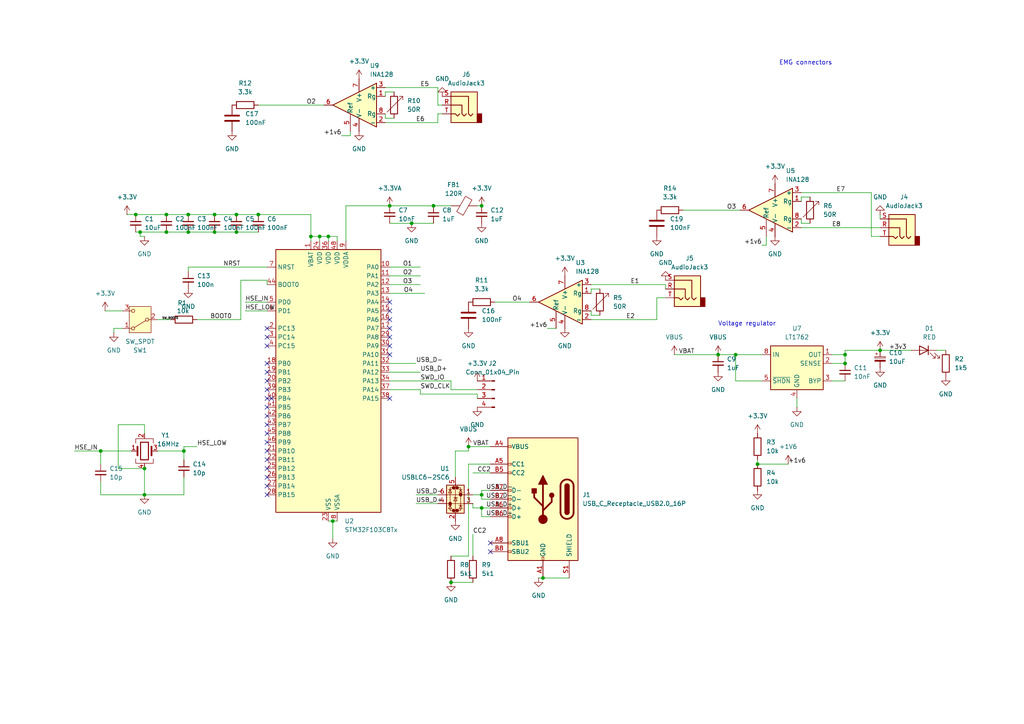
<source format=kicad_sch>
(kicad_sch (version 20250114) (generator "eeschema") (generator_version "9.0")
  (paper "A4")
  (lib_symbols
    (symbol "Amplifier_Instrumentation:INA128" (pin_names (offset 0.127))
      (property "Reference" "U" (at 3.81 3.175 0))
      (property "Value" "INA128" (at 3.81 -3.175 0))
      (symbol "INA128_1_1"
        (pin input line (at -7.62 5.08 0) (length 2.54) (name "+") (number "3"))
        (pin passive line (at -7.62 2.54 0) (length 2.54) (name "Rg") (number "1"))
        (pin passive line (at -7.62 -2.54 0) (length 2.54) (name "Rg") (number "8"))
        (pin input line (at -7.62 -5.08 0) (length 2.54) (name "-") (number "2"))
        (pin power_in line (at 0 7.62 270) (length 3.81) (name "V+") (number "7"))
        (pin power_in line (at 0 -7.62 90) (length 3.81) (name "V-") (number "4"))
        (pin input line (at 2.54 -7.62 90) (length 5.08) (name "Ref") (number "5"))
        (pin output line (at 10.16 0 180) (length 2.54) (name "~") (number "6"))
      )
    )
    (symbol "Connector:Conn_01x04_Pin" (pin_names (offset 1.016) (hide yes))
      (property "Reference" "J" (at 0 5.08 0))
      (property "Value" "Conn_01x04_Pin" (at 0 -7.62 0))
      (symbol "Conn_01x04_Pin_1_1"
        (pin passive line (at 5.08 2.54 180) (length 3.81) (name "Pin_1") (number "1"))
        (pin passive line (at 5.08 0 180) (length 3.81) (name "Pin_2") (number "2"))
        (pin passive line (at 5.08 -2.54 180) (length 3.81) (name "Pin_3") (number "3"))
        (pin passive line (at 5.08 -5.08 180) (length 3.81) (name "Pin_4") (number "4"))
      )
    )
    (symbol "Connector:USB_C_Receptacle_USB2.0_16P" (pin_names (offset 1.016))
      (property "Reference" "J" (at 0 22.225 0))
      (property "Value" "USB_C_Receptacle_USB2.0_16P" (at 0 19.685 0))
      (symbol "USB_C_Receptacle_USB2.0_16P_1_1"
        (pin passive line (at -7.62 -22.86 90) (length 5.08) (name "SHIELD") (number "S1"))
        (pin passive line (at 0 -22.86 90) (length 5.08) (name "GND") (number "A1"))
        (pin passive line (at 0 -22.86 90) (length 5.08) (hide yes) (name "GND") (number "A12"))
        (pin passive line (at 0 -22.86 90) (length 5.08) (hide yes) (name "GND") (number "B1"))
        (pin passive line (at 0 -22.86 90) (length 5.08) (hide yes) (name "GND") (number "B12"))
        (pin passive line (at 15.24 15.24 180) (length 5.08) (name "VBUS") (number "A4"))
        (pin passive line (at 15.24 15.24 180) (length 5.08) (hide yes) (name "VBUS") (number "A9"))
        (pin passive line (at 15.24 15.24 180) (length 5.08) (hide yes) (name "VBUS") (number "B4"))
        (pin passive line (at 15.24 15.24 180) (length 5.08) (hide yes) (name "VBUS") (number "B9"))
        (pin bidirectional line (at 15.24 10.16 180) (length 5.08) (name "CC1") (number "A5"))
        (pin bidirectional line (at 15.24 7.62 180) (length 5.08) (name "CC2") (number "B5"))
        (pin bidirectional line (at 15.24 2.54 180) (length 5.08) (name "D-") (number "A7"))
        (pin bidirectional line (at 15.24 0 180) (length 5.08) (name "D-") (number "B7"))
        (pin bidirectional line (at 15.24 -2.54 180) (length 5.08) (name "D+") (number "A6"))
        (pin bidirectional line (at 15.24 -5.08 180) (length 5.08) (name "D+") (number "B6"))
        (pin bidirectional line (at 15.24 -12.7 180) (length 5.08) (name "SBU1") (number "A8"))
        (pin bidirectional line (at 15.24 -15.24 180) (length 5.08) (name "SBU2") (number "B8"))
      )
    )
    (symbol "Connector_Audio:AudioJack3"
      (property "Reference" "J" (at 0 8.89 0))
      (property "Value" "AudioJack3" (at 0 6.35 0))
      (symbol "AudioJack3_1_1"
        (pin passive line (at 5.08 2.54 180) (length 2.54) (name "~") (number "S"))
        (pin passive line (at 5.08 0 180) (length 2.54) (name "~") (number "R"))
        (pin passive line (at 5.08 -2.54 180) (length 2.54) (name "~") (number "T"))
      )
    )
    (symbol "Device:C" (pin_numbers (hide yes)) (pin_names (offset 0.254))
      (property "Reference" "C" (at 0.635 2.54 0))
      (property "Value" "C" (at 0.635 -2.54 0))
      (symbol "C_1_1"
        (pin passive line (at 0 3.81 270) (length 2.794) (name "~") (number "1"))
        (pin passive line (at 0 -3.81 90) (length 2.794) (name "~") (number "2"))
      )
    )
    (symbol "Device:C_Polarized_Small" (pin_numbers (hide yes)) (pin_names (offset 0.254) (hide yes))
      (property "Reference" "C" (at 0.254 1.778 0))
      (property "Value" "C_Polarized_Small" (at 0.254 -2.032 0))
      (symbol "C_Polarized_Small_1_1"
        (pin passive line (at 0 2.54 270) (length 1.8542) (name "~") (number "1"))
        (pin passive line (at 0 -2.54 90) (length 1.8542) (name "~") (number "2"))
      )
    )
    (symbol "Device:C_Small" (pin_numbers (hide yes)) (pin_names (offset 0.254) (hide yes))
      (property "Reference" "C" (at 0.254 1.778 0))
      (property "Value" "C_Small" (at 0.254 -2.032 0))
      (symbol "C_Small_1_1"
        (pin passive line (at 0 2.54 270) (length 2.032) (name "~") (number "1"))
        (pin passive line (at 0 -2.54 90) (length 2.032) (name "~") (number "2"))
      )
    )
    (symbol "Device:Crystal_GND24" (pin_names (offset 1.016) (hide yes))
      (property "Reference" "Y" (at 3.175 5.08 0))
      (property "Value" "Crystal_GND24" (at 3.175 3.175 0))
      (symbol "Crystal_GND24_1_1"
        (pin passive line (at -3.81 0 0) (length 1.27) (name "1") (number "1"))
        (pin passive line (at 0 5.08 270) (length 1.27) (name "2") (number "2"))
        (pin passive line (at 0 -5.08 90) (length 1.27) (name "4") (number "4"))
        (pin passive line (at 3.81 0 180) (length 1.27) (name "3") (number "3"))
      )
    )
    (symbol "Device:FerriteBead" (pin_numbers (hide yes)) (pin_names (offset 0))
      (property "Reference" "FB" (at -3.81 0.635 90))
      (property "Value" "FerriteBead" (at 3.81 0 90))
      (symbol "FerriteBead_1_1"
        (pin passive line (at 0 3.81 270) (length 2.54) (name "~") (number "1"))
        (pin passive line (at 0 -3.81 90) (length 2.54) (name "~") (number "2"))
      )
    )
    (symbol "Device:LED" (pin_numbers (hide yes)) (pin_names (offset 1.016) (hide yes))
      (property "Reference" "D" (at 0 2.54 0))
      (property "Value" "LED" (at 0 -2.54 0))
      (symbol "LED_1_1"
        (pin passive line (at -3.81 0 0) (length 2.54) (name "K") (number "1"))
        (pin passive line (at 3.81 0 180) (length 2.54) (name "A") (number "2"))
      )
    )
    (symbol "Device:R" (pin_numbers (hide yes)) (pin_names (offset 0))
      (property "Reference" "R" (at 2.032 0 90))
      (property "Value" "R" (at 0 0 90))
      (symbol "R_1_1"
        (pin passive line (at 0 3.81 270) (length 1.27) (name "~") (number "1"))
        (pin passive line (at 0 -3.81 90) (length 1.27) (name "~") (number "2"))
      )
    )
    (symbol "Device:R_Variable" (pin_numbers (hide yes)) (pin_names (offset 0))
      (property "Reference" "R" (at 2.54 -2.54 90))
      (property "Value" "R_Variable" (at -2.54 -1.27 90))
      (symbol "R_Variable_1_1"
        (pin passive line (at 0 3.81 270) (length 1.27) (name "~") (number "1"))
        (pin passive line (at 0 -3.81 90) (length 1.27) (name "~") (number "2"))
      )
    )
    (symbol "MCU_ST_STM32F1:STM32F103C8Tx"
      (property "Reference" "U" (at -15.24 39.37 0))
      (property "Value" "STM32F103C8Tx" (at 7.62 39.37 0))
      (symbol "STM32F103C8Tx_1_1"
        (pin input line (at -17.78 33.02 0) (length 2.54) (name "NRST") (number "7"))
        (pin input line (at -17.78 27.94 0) (length 2.54) (name "BOOT0") (number "44"))
        (pin bidirectional line (at -17.78 22.86 0) (length 2.54) (name "PD0") (number "5"))
        (pin bidirectional line (at -17.78 20.32 0) (length 2.54) (name "PD1") (number "6"))
        (pin bidirectional line (at -17.78 15.24 0) (length 2.54) (name "PC13") (number "2"))
        (pin bidirectional line (at -17.78 12.7 0) (length 2.54) (name "PC14") (number "3"))
        (pin bidirectional line (at -17.78 10.16 0) (length 2.54) (name "PC15") (number "4"))
        (pin bidirectional line (at -17.78 5.08 0) (length 2.54) (name "PB0") (number "18"))
        (pin bidirectional line (at -17.78 2.54 0) (length 2.54) (name "PB1") (number "19"))
        (pin bidirectional line (at -17.78 0 0) (length 2.54) (name "PB2") (number "20"))
        (pin bidirectional line (at -17.78 -2.54 0) (length 2.54) (name "PB3") (number "39"))
        (pin bidirectional line (at -17.78 -5.08 0) (length 2.54) (name "PB4") (number "40"))
        (pin bidirectional line (at -17.78 -7.62 0) (length 2.54) (name "PB5") (number "41"))
        (pin bidirectional line (at -17.78 -10.16 0) (length 2.54) (name "PB6") (number "42"))
        (pin bidirectional line (at -17.78 -12.7 0) (length 2.54) (name "PB7") (number "43"))
        (pin bidirectional line (at -17.78 -15.24 0) (length 2.54) (name "PB8") (number "45"))
        (pin bidirectional line (at -17.78 -17.78 0) (length 2.54) (name "PB9") (number "46"))
        (pin bidirectional line (at -17.78 -20.32 0) (length 2.54) (name "PB10") (number "21"))
        (pin bidirectional line (at -17.78 -22.86 0) (length 2.54) (name "PB11") (number "22"))
        (pin bidirectional line (at -17.78 -25.4 0) (length 2.54) (name "PB12") (number "25"))
        (pin bidirectional line (at -17.78 -27.94 0) (length 2.54) (name "PB13") (number "26"))
        (pin bidirectional line (at -17.78 -30.48 0) (length 2.54) (name "PB14") (number "27"))
        (pin bidirectional line (at -17.78 -33.02 0) (length 2.54) (name "PB15") (number "28"))
        (pin power_in line (at -5.08 40.64 270) (length 2.54) (name "VBAT") (number "1"))
        (pin power_in line (at -2.54 40.64 270) (length 2.54) (name "VDD") (number "24"))
        (pin power_in line (at 0 40.64 270) (length 2.54) (name "VDD") (number "36"))
        (pin power_in line (at 0 -40.64 90) (length 2.54) (name "VSS") (number "23"))
        (pin passive line (at 0 -40.64 90) (length 2.54) (hide yes) (name "VSS") (number "35"))
        (pin passive line (at 0 -40.64 90) (length 2.54) (hide yes) (name "VSS") (number "47"))
        (pin power_in line (at 2.54 40.64 270) (length 2.54) (name "VDD") (number "48"))
        (pin power_in line (at 2.54 -40.64 90) (length 2.54) (name "VSSA") (number "8"))
        (pin power_in line (at 5.08 40.64 270) (length 2.54) (name "VDDA") (number "9"))
        (pin bidirectional line (at 17.78 33.02 180) (length 2.54) (name "PA0") (number "10"))
        (pin bidirectional line (at 17.78 30.48 180) (length 2.54) (name "PA1") (number "11"))
        (pin bidirectional line (at 17.78 27.94 180) (length 2.54) (name "PA2") (number "12"))
        (pin bidirectional line (at 17.78 25.4 180) (length 2.54) (name "PA3") (number "13"))
        (pin bidirectional line (at 17.78 22.86 180) (length 2.54) (name "PA4") (number "14"))
        (pin bidirectional line (at 17.78 20.32 180) (length 2.54) (name "PA5") (number "15"))
        (pin bidirectional line (at 17.78 17.78 180) (length 2.54) (name "PA6") (number "16"))
        (pin bidirectional line (at 17.78 15.24 180) (length 2.54) (name "PA7") (number "17"))
        (pin bidirectional line (at 17.78 12.7 180) (length 2.54) (name "PA8") (number "29"))
        (pin bidirectional line (at 17.78 10.16 180) (length 2.54) (name "PA9") (number "30"))
        (pin bidirectional line (at 17.78 7.62 180) (length 2.54) (name "PA10") (number "31"))
        (pin bidirectional line (at 17.78 5.08 180) (length 2.54) (name "PA11") (number "32"))
        (pin bidirectional line (at 17.78 2.54 180) (length 2.54) (name "PA12") (number "33"))
        (pin bidirectional line (at 17.78 0 180) (length 2.54) (name "PA13") (number "34"))
        (pin bidirectional line (at 17.78 -2.54 180) (length 2.54) (name "PA14") (number "37"))
        (pin bidirectional line (at 17.78 -5.08 180) (length 2.54) (name "PA15") (number "38"))
      )
    )
    (symbol "Power_Protection:USBLC6-2SC6" (pin_names (hide yes))
      (property "Reference" "U" (at 0.635 5.715 0))
      (property "Value" "USBLC6-2SC6" (at 0.635 3.81 0))
      (symbol "USBLC6-2SC6_1_1"
        (pin passive line (at -5.08 0 0) (length 2.54) (name "I/O1") (number "1"))
        (pin passive line (at -5.08 -2.54 0) (length 2.54) (name "I/O2") (number "3"))
        (pin passive line (at 0 5.08 270) (length 2.54) (name "VBUS") (number "5"))
        (pin passive line (at 0 -7.62 90) (length 2.54) (name "GND") (number "2"))
        (pin passive line (at 5.08 0 180) (length 2.54) (name "I/O1") (number "6"))
        (pin passive line (at 5.08 -2.54 180) (length 2.54) (name "I/O2") (number "4"))
      )
    )
    (symbol "Regulator_Linear:LT1762-3.3"
      (property "Reference" "U" (at -7.62 8.89 0))
      (property "Value" "LT1762-3.3" (at 1.27 -6.35 0))
      (symbol "LT1762-3.3_1_1"
        (pin power_in line (at -10.16 5.08 0) (length 2.54) (name "IN") (number "8"))
        (pin input line (at -10.16 -2.54 0) (length 2.54) (name "~{SHDN}") (number "5"))
        (pin power_in line (at 0 -7.62 90) (length 2.54) (name "GND") (number "4"))
        (pin no_connect line (at 2.54 5.08 90) (length 2.54) (hide yes) (name "NC") (number "6"))
        (pin no_connect line (at 2.54 2.54 90) (length 2.54) (hide yes) (name "NC") (number "7"))
        (pin power_out line (at 10.16 5.08 180) (length 2.54) (name "OUT") (number "1"))
        (pin input line (at 10.16 2.54 180) (length 2.54) (name "SENSE") (number "2"))
        (pin passive line (at 10.16 -2.54 180) (length 2.54) (name "BYP") (number "3"))
      )
    )
    (symbol "Switch:SW_SPDT" (pin_names (offset 0) (hide yes))
      (property "Reference" "SW" (at 0 5.08 0))
      (property "Value" "SW_SPDT" (at 0 -5.08 0))
      (symbol "SW_SPDT_1_1"
        (pin passive line (at -5.08 0 0) (length 2.54) (name "B") (number "2"))
        (pin passive line (at 5.08 2.54 180) (length 2.54) (name "A") (number "1"))
        (pin passive line (at 5.08 -2.54 180) (length 2.54) (name "C") (number "3"))
      )
    )
    (symbol "power:+1V5" (power) (pin_numbers (hide yes)) (pin_names (offset 0) (hide yes))
      (property "Value" "+1V5" (at 0 3.556 0))
      (symbol "+1V5_1_1"
        (pin power_in line (at 0 0 90) (length 0) (name "~") (number "1"))
      )
    )
    (symbol "power:+3.3V" (power) (pin_numbers (hide yes)) (pin_names (offset 0) (hide yes))
      (property "Value" "+3.3V" (at 0 3.556 0))
      (symbol "+3.3V_1_1"
        (pin power_in line (at 0 0 90) (length 0) (name "~") (number "1"))
      )
    )
    (symbol "power:+3.3VA" (power) (pin_numbers (hide yes)) (pin_names (offset 0) (hide yes))
      (property "Value" "+3.3VA" (at 0 3.556 0))
      (symbol "+3.3VA_1_1"
        (pin power_in line (at 0 0 90) (length 0) (name "~") (number "1"))
      )
    )
    (symbol "power:+5V" (power) (pin_numbers (hide yes)) (pin_names (offset 0) (hide yes))
      (property "Value" "+5V" (at 0 3.556 0))
      (symbol "+5V_1_1"
        (pin power_in line (at 0 0 90) (length 0) (name "~") (number "1"))
      )
    )
    (symbol "power:GND" (power) (pin_numbers (hide yes)) (pin_names (offset 0) (hide yes))
      (property "Value" "GND" (at 0 -3.81 0))
      (symbol "GND_1_1"
        (pin power_in line (at 0 0 270) (length 0) (name "~") (number "1"))
      )
    )
    (symbol "power:VBUS" (power) (pin_numbers (hide yes)) (pin_names (offset 0) (hide yes))
      (property "Value" "VBUS" (at 0 3.556 0))
      (symbol "VBUS_1_1"
        (pin power_in line (at 0 0 90) (length 0) (name "~") (number "1"))
      )
    )
  )
  (text "Voltage regulator\n" (at 216.662 93.98 0) (effects (font (size 1.27 1.27))))
  (text "EMG connectors\n" (at 233.68 18.288 0) (effects (font (size 1.27 1.27))))
  (junction (at 135.89 129.54))
  (junction (at 125.73 59.69))
  (junction (at 62.23 67.31))
  (junction (at 113.03 59.69))
  (junction (at 68.58 67.31))
  (junction (at 74.93 62.23))
  (junction (at 208.28 102.87))
  (junction (at 29.21 130.81))
  (junction (at 139.7 59.69))
  (junction (at 157.48 167.64))
  (junction (at 130.81 168.91))
  (junction (at 96.52 151.13))
  (junction (at 39.37 62.23))
  (junction (at 54.61 62.23))
  (junction (at 48.26 62.23))
  (junction (at 139.7 147.32))
  (junction (at 40.64 67.31))
  (junction (at 68.58 62.23))
  (junction (at 245.11 105.41))
  (junction (at 213.36 102.87))
  (junction (at 119.38 64.77))
  (junction (at 219.71 134.62))
  (junction (at 90.17 68.58))
  (junction (at 92.71 68.58))
  (junction (at 41.91 143.51))
  (junction (at 53.34 130.81))
  (junction (at 62.23 62.23))
  (junction (at 95.25 68.58))
  (junction (at 255.27 101.6))
  (junction (at 41.91 135.89))
  (junction (at 245.11 102.87))
  (junction (at 48.26 67.31))
  (junction (at 54.61 67.31))
  (junction (at 139.7 143.51))
  (no_connect (at 142.24 157.48))
  (no_connect (at 113.03 90.17))
  (no_connect (at 77.47 120.65))
  (no_connect (at 113.03 102.87))
  (no_connect (at 77.47 123.19))
  (no_connect (at 77.47 113.03))
  (no_connect (at 113.03 95.25))
  (no_connect (at 77.47 110.49))
  (no_connect (at 77.47 128.27))
  (no_connect (at 77.47 140.97))
  (no_connect (at 77.47 105.41))
  (no_connect (at 142.24 160.02))
  (no_connect (at 113.03 100.33))
  (no_connect (at 77.47 107.95))
  (no_connect (at 77.47 133.35))
  (no_connect (at 113.03 92.71))
  (no_connect (at 113.03 97.79))
  (no_connect (at 113.03 115.57))
  (no_connect (at 77.47 118.11))
  (no_connect (at 77.47 100.33))
  (no_connect (at 77.47 135.89))
  (no_connect (at 77.47 97.79))
  (no_connect (at 77.47 125.73))
  (no_connect (at 77.47 143.51))
  (no_connect (at 77.47 95.25))
  (no_connect (at 77.47 115.57))
  (no_connect (at 77.47 138.43))
  (no_connect (at 77.47 130.81))
  (no_connect (at 113.03 87.63))
  (no_connect (at 78.74 115.57))
  (wire (pts (xy 125.73 59.69) (xy 130.81 59.69)))
  (wire (pts (xy 138.43 59.69) (xy 139.7 59.69)))
  (wire (pts (xy 195.58 102.87) (xy 208.28 102.87)))
  (wire (pts (xy 90.17 68.58) (xy 90.17 62.23)))
  (wire (pts (xy 92.71 68.58) (xy 95.25 68.58)))
  (wire (pts (xy 113.03 105.41) (xy 120.65 105.41)))
  (wire (pts (xy 100.33 59.69) (xy 100.33 69.85)))
  (wire (pts (xy 68.58 62.23) (xy 74.93 62.23)))
  (wire (pts (xy 41.91 135.89) (xy 41.91 143.51)))
  (wire (pts (xy 120.65 143.51) (xy 127 143.51)))
  (wire (pts (xy 120.65 146.05) (xy 127 146.05)))
  (wire (pts (xy 113.03 85.09) (xy 123.19 85.09)))
  (wire (pts (xy 156.21 167.64) (xy 157.48 167.64)))
  (wire (pts (xy 69.85 81.28) (xy 77.47 81.28)))
  (wire (pts (xy 36.83 62.23) (xy 39.37 62.23)))
  (wire (pts (xy 190.5 86.36) (xy 193.04 86.36)))
  (wire (pts (xy 96.52 151.13) (xy 97.79 151.13)))
  (wire (pts (xy 138.43 114.3) (xy 138.43 115.57)))
  (wire (pts (xy 29.21 139.7) (xy 29.21 143.51)))
  (wire (pts (xy 113.03 113.03) (xy 121.92 113.03)))
  (wire (pts (xy 100.33 59.69) (xy 113.03 59.69)))
  (wire (pts (xy 95.25 69.85) (xy 95.25 68.58)))
  (wire (pts (xy 193.04 82.55) (xy 193.04 83.82)))
  (wire (pts (xy 90.17 68.58) (xy 92.71 68.58)))
  (wire (pts (xy 271.78 101.6) (xy 274.32 101.6)))
  (wire (pts (xy 33.02 96.52) (xy 33.02 95.25)))
  (wire (pts (xy 255.27 62.23) (xy 255.27 63.5)))
  (wire (pts (xy 222.25 71.12) (xy 220.98 71.12)))
  (wire (pts (xy 219.71 133.35) (xy 219.71 134.62)))
  (wire (pts (xy 29.21 130.81) (xy 38.1 130.81)))
  (wire (pts (xy 143.51 87.63) (xy 153.67 87.63)))
  (wire (pts (xy 135.89 161.29) (xy 135.89 134.62)))
  (wire (pts (xy 245.11 102.87) (xy 245.11 105.41)))
  (wire (pts (xy 113.03 82.55) (xy 121.92 82.55)))
  (wire (pts (xy 252.73 55.88) (xy 252.73 68.58)))
  (wire (pts (xy 77.47 81.28) (xy 77.47 82.55)))
  (wire (pts (xy 62.23 67.31) (xy 68.58 67.31)))
  (wire (pts (xy 48.26 62.23) (xy 54.61 62.23)))
  (wire (pts (xy 34.29 123.19) (xy 34.29 135.89)))
  (wire (pts (xy 135.89 130.81) (xy 135.89 129.54)))
  (wire (pts (xy 232.41 66.04) (xy 255.27 66.04)))
  (wire (pts (xy 111.76 34.29) (xy 114.3 34.29)))
  (wire (pts (xy 97.79 69.85) (xy 97.79 68.58)))
  (wire (pts (xy 130.81 110.49) (xy 130.81 113.03)))
  (wire (pts (xy 231.14 115.57) (xy 231.14 118.11)))
  (wire (pts (xy 127 33.02) (xy 128.27 33.02)))
  (wire (pts (xy 57.15 129.54) (xy 53.34 129.54)))
  (wire (pts (xy 62.23 62.23) (xy 68.58 62.23)))
  (wire (pts (xy 48.26 67.31) (xy 54.61 67.31)))
  (wire (pts (xy 135.89 129.54) (xy 142.24 129.54)))
  (wire (pts (xy 245.11 101.6) (xy 255.27 101.6)))
  (wire (pts (xy 139.7 149.86) (xy 139.7 147.32)))
  (wire (pts (xy 139.7 144.78) (xy 139.7 143.51)))
  (wire (pts (xy 241.3 105.41) (xy 245.11 105.41)))
  (wire (pts (xy 137.16 143.51) (xy 139.7 143.51)))
  (wire (pts (xy 132.08 130.81) (xy 135.89 130.81)))
  (wire (pts (xy 171.45 91.44) (xy 173.99 91.44)))
  (wire (pts (xy 53.34 133.35) (xy 53.34 130.81)))
  (wire (pts (xy 219.71 134.62) (xy 228.6 134.62)))
  (wire (pts (xy 77.47 77.47) (xy 54.61 77.47)))
  (wire (pts (xy 127 35.56) (xy 127 33.02)))
  (wire (pts (xy 142.24 137.16) (xy 137.16 137.16)))
  (wire (pts (xy 130.81 161.29) (xy 135.89 161.29)))
  (wire (pts (xy 90.17 69.85) (xy 90.17 68.58)))
  (wire (pts (xy 139.7 142.24) (xy 142.24 142.24)))
  (wire (pts (xy 137.16 146.05) (xy 137.16 147.32)))
  (wire (pts (xy 113.03 110.49) (xy 130.81 110.49)))
  (wire (pts (xy 53.34 130.81) (xy 45.72 130.81)))
  (wire (pts (xy 171.45 82.55) (xy 193.04 82.55)))
  (wire (pts (xy 139.7 147.32) (xy 137.16 147.32)))
  (wire (pts (xy 171.45 90.17) (xy 171.45 91.44)))
  (wire (pts (xy 241.3 110.49) (xy 245.11 110.49)))
  (wire (pts (xy 232.41 57.15) (xy 234.95 57.15)))
  (wire (pts (xy 142.24 149.86) (xy 139.7 149.86)))
  (wire (pts (xy 54.61 67.31) (xy 62.23 67.31)))
  (wire (pts (xy 127 25.4) (xy 127 30.48)))
  (wire (pts (xy 71.12 90.17) (xy 77.47 90.17)))
  (wire (pts (xy 158.75 95.25) (xy 161.29 95.25)))
  (wire (pts (xy 213.36 102.87) (xy 220.98 102.87)))
  (wire (pts (xy 29.21 130.81) (xy 29.21 134.62)))
  (wire (pts (xy 96.52 156.21) (xy 96.52 151.13)))
  (wire (pts (xy 41.91 125.73) (xy 41.91 123.19)))
  (wire (pts (xy 171.45 92.71) (xy 190.5 92.71)))
  (wire (pts (xy 111.76 33.02) (xy 111.76 34.29)))
  (wire (pts (xy 39.37 62.23) (xy 48.26 62.23)))
  (wire (pts (xy 40.64 67.31) (xy 40.64 68.58)))
  (wire (pts (xy 137.16 154.94) (xy 137.16 161.29)))
  (wire (pts (xy 49.53 92.71) (xy 45.72 92.71)))
  (wire (pts (xy 30.48 90.17) (xy 35.56 90.17)))
  (wire (pts (xy 142.24 144.78) (xy 139.7 144.78)))
  (wire (pts (xy 68.58 67.31) (xy 74.93 67.31)))
  (wire (pts (xy 57.15 92.71) (xy 69.85 92.71)))
  (wire (pts (xy 255.27 101.6) (xy 264.16 101.6)))
  (wire (pts (xy 95.25 151.13) (xy 96.52 151.13)))
  (wire (pts (xy 40.64 67.31) (xy 48.26 67.31)))
  (wire (pts (xy 130.81 113.03) (xy 138.43 113.03)))
  (wire (pts (xy 53.34 129.54) (xy 53.34 130.81)))
  (wire (pts (xy 74.93 62.23) (xy 90.17 62.23)))
  (wire (pts (xy 241.3 102.87) (xy 245.11 102.87)))
  (wire (pts (xy 29.21 143.51) (xy 41.91 143.51)))
  (wire (pts (xy 142.24 147.32) (xy 139.7 147.32)))
  (wire (pts (xy 121.92 114.3) (xy 138.43 114.3)))
  (wire (pts (xy 252.73 68.58) (xy 255.27 68.58)))
  (wire (pts (xy 21.59 130.81) (xy 29.21 130.81)))
  (wire (pts (xy 135.89 134.62) (xy 142.24 134.62)))
  (wire (pts (xy 111.76 26.67) (xy 114.3 26.67)))
  (wire (pts (xy 101.6 39.37) (xy 101.6 38.1)))
  (wire (pts (xy 111.76 25.4) (xy 127 25.4)))
  (wire (pts (xy 139.7 143.51) (xy 139.7 142.24)))
  (wire (pts (xy 232.41 63.5) (xy 232.41 64.77)))
  (wire (pts (xy 53.34 138.43) (xy 53.34 143.51)))
  (wire (pts (xy 53.34 143.51) (xy 41.91 143.51)))
  (wire (pts (xy 245.11 102.87) (xy 245.11 101.6)))
  (wire (pts (xy 171.45 85.09) (xy 171.45 83.82)))
  (wire (pts (xy 113.03 77.47) (xy 121.92 77.47)))
  (wire (pts (xy 198.12 60.96) (xy 214.63 60.96)))
  (wire (pts (xy 74.93 30.48) (xy 93.98 30.48)))
  (wire (pts (xy 113.03 80.01) (xy 121.92 80.01)))
  (wire (pts (xy 171.45 83.82) (xy 173.99 83.82)))
  (wire (pts (xy 213.36 110.49) (xy 213.36 102.87)))
  (wire (pts (xy 113.03 107.95) (xy 121.92 107.95)))
  (wire (pts (xy 222.25 68.58) (xy 222.25 71.12)))
  (wire (pts (xy 232.41 55.88) (xy 252.73 55.88)))
  (wire (pts (xy 190.5 92.71) (xy 190.5 86.36)))
  (wire (pts (xy 111.76 35.56) (xy 127 35.56)))
  (wire (pts (xy 132.08 138.43) (xy 132.08 130.81)))
  (wire (pts (xy 41.91 123.19) (xy 34.29 123.19)))
  (wire (pts (xy 127 30.48) (xy 128.27 30.48)))
  (wire (pts (xy 157.48 167.64) (xy 165.1 167.64)))
  (wire (pts (xy 54.61 77.47) (xy 54.61 78.74)))
  (wire (pts (xy 40.64 68.58) (xy 41.91 68.58)))
  (wire (pts (xy 71.12 87.63) (xy 77.47 87.63)))
  (wire (pts (xy 232.41 58.42) (xy 232.41 57.15)))
  (wire (pts (xy 111.76 27.94) (xy 111.76 26.67)))
  (wire (pts (xy 33.02 95.25) (xy 35.56 95.25)))
  (wire (pts (xy 54.61 62.23) (xy 62.23 62.23)))
  (wire (pts (xy 208.28 102.87) (xy 213.36 102.87)))
  (wire (pts (xy 99.06 39.37) (xy 101.6 39.37)))
  (wire (pts (xy 119.38 64.77) (xy 125.73 64.77)))
  (wire (pts (xy 113.03 59.69) (xy 125.73 59.69)))
  (wire (pts (xy 130.81 168.91) (xy 137.16 168.91)))
  (wire (pts (xy 34.29 135.89) (xy 41.91 135.89)))
  (wire (pts (xy 69.85 92.71) (xy 69.85 81.28)))
  (wire (pts (xy 97.79 68.58) (xy 95.25 68.58)))
  (wire (pts (xy 39.37 67.31) (xy 40.64 67.31)))
  (wire (pts (xy 220.98 110.49) (xy 213.36 110.49)))
  (wire (pts (xy 92.71 69.85) (xy 92.71 68.58)))
  (wire (pts (xy 232.41 64.77) (xy 234.95 64.77)))
  (wire (pts (xy 121.92 114.3) (xy 121.92 113.03)))
  (wire (pts (xy 113.03 64.77) (xy 119.38 64.77)))
  (label "HSE_IN" (at 21.59 130.81 0))
  (label "O4" (at 148.59 87.63 0))
  (label "SW_BOOT0" (at 46.99 92.71 0) (effects (font (size 0.6 0.6))))
  (label "USB_D-" (at 140.97 144.78 0))
  (label "BOOT0" (at 60.96 92.71 0))
  (label "NRST" (at 64.77 77.47 0))
  (label "+1v6" (at 220.98 71.12 180))
  (label "O2" (at 116.84 80.01 0))
  (label "O3" (at 210.82 60.96 0))
  (label "+3v3" (at 257.81 101.6 0))
  (label "E7" (at 242.57 55.88 0))
  (label "USB_D-" (at 140.97 142.24 0))
  (label "+1v6" (at 158.75 95.25 180))
  (label "O4" (at 117.0732 85.09 0))
  (label "O1" (at 116.84 77.47 0))
  (label "E8" (at 241.3 66.04 0))
  (label "SWD_IO" (at 121.92 110.49 0))
  (label "USB_D+" (at 140.97 149.86 0))
  (label "+1v6" (at 99.06 39.37 180))
  (label "USB_D-" (at 120.65 105.41 0))
  (label "USB_D-" (at 120.65 143.51 0))
  (label "O3" (at 116.84 82.55 0))
  (label "E2" (at 181.61 92.71 0))
  (label "E6" (at 120.65 35.56 0))
  (label "CC2" (at 137.16 154.94 0))
  (label "+1v6" (at 228.6 134.62 0))
  (label "HSE_LOW" (at 71.12 90.17 0))
  (label "E5" (at 121.92 25.4 0))
  (label "VBAT" (at 137.16 129.54 0))
  (label "O2" (at 88.9 30.48 0))
  (label "E1" (at 182.88 82.55 0))
  (label "HSE_IN" (at 71.12 87.63 0))
  (label "USB_D+" (at 121.92 107.95 0))
  (label "USB_D+" (at 140.97 147.32 0))
  (label "CC2" (at 138.43 137.16 0))
  (label "HSE_LOW" (at 57.15 129.54 0))
  (label "SWD_CLK" (at 121.92 113.03 0))
  (label "VBAT" (at 196.85 102.87 0))
  (label "USB_D+" (at 120.65 146.05 0))
  (symbol (lib_id "Device:C_Small") (at 245.11 107.95 0) (unit 1)
    (property "Reference" "C11" (at 247.65 106.6862 0) (effects (justify left)))
    (property "Value" "10nF" (at 247.65 109.2262 0) (effects (justify left)))
    (property "Footprint" "Capacitor_SMD:C_0805_2012Metric_Pad1.18x1.45mm_HandSolder" (effects (hide yes)))
    (property "Description" "Unpolarized capacitor, small symbol" (effects (hide yes)))
  )
  (symbol (lib_id "power:+3.3V") (at 138.43 110.49 0) (unit 1)
    (property "Reference" "#PWR029" (effects (hide yes)))
    (property "Value" "+3.3V" (at 138.43 105.41 0))
    (property "Description" "Power symbol creates a global label with name \"+3.3V\"" (effects (hide yes)))
  )
  (symbol (lib_id "power:GND") (at 67.31 38.1 0) (unit 1)
    (property "Reference" "#PWR041" (effects (hide yes)))
    (property "Value" "GND" (at 67.31 43.18 0))
    (property "Description" "Power symbol creates a global label with name \"GND\" , ground" (effects (hide yes)))
  )
  (symbol (lib_id "Device:C") (at 190.5 64.77 0) (unit 1)
    (property "Reference" "C19" (at 194.31 63.4999 0) (effects (justify left)))
    (property "Value" "100nF" (at 194.31 66.0399 0) (effects (justify left)))
    (property "Footprint" "Capacitor_SMD:C_0805_2012Metric_Pad1.18x1.45mm_HandSolder" (effects (hide yes)))
    (property "Description" "Unpolarized capacitor" (effects (hide yes)))
  )
  (symbol (lib_id "Device:C_Small") (at 48.26 64.77 0) (unit 1)
    (property "Reference" "C2" (at 50.8 63.5062 0) (effects (justify left)))
    (property "Value" "100nF" (at 50.8 66.0462 0) (effects (justify left)))
    (property "Footprint" "Capacitor_SMD:C_0805_2012Metric_Pad1.18x1.45mm_HandSolder" (effects (hide yes)))
    (property "Description" "Unpolarized capacitor, small symbol" (effects (hide yes)))
  )
  (symbol (lib_id "power:GND") (at 119.38 64.77 0) (unit 1)
    (property "Reference" "#PWR07" (effects (hide yes)))
    (property "Value" "GND" (at 119.38 69.85 0))
    (property "Description" "Power symbol creates a global label with name \"GND\" , ground" (effects (hide yes)))
  )
  (symbol (lib_id "Device:C_Small") (at 125.73 62.23 0) (unit 1)
    (property "Reference" "C8" (at 128.27 60.9662 0) (effects (justify left)))
    (property "Value" "1uF" (at 128.27 63.5062 0) (effects (justify left)))
    (property "Footprint" "Capacitor_SMD:C_0805_2012Metric_Pad1.18x1.45mm_HandSolder" (effects (hide yes)))
    (property "Description" "Unpolarized capacitor, small symbol" (effects (hide yes)))
  )
  (symbol (lib_id "Device:R_Variable") (at 114.3 30.48 0) (unit 1)
    (property "Reference" "R10" (at 118.11 29.2099 0) (effects (justify left)))
    (property "Value" "50R" (at 118.11 31.7499 0) (effects (justify left)))
    (property "Footprint" "Resistor_SMD:R_0805_2012Metric_Pad1.20x1.40mm_HandSolder" (effects (hide yes)))
    (property "Description" "Variable resistor" (effects (hide yes)))
  )
  (symbol (lib_id "Device:C_Small") (at 113.03 62.23 0) (unit 1)
    (property "Reference" "C7" (at 115.57 60.9662 0) (effects (justify left)))
    (property "Value" "10nF" (at 115.57 63.5062 0) (effects (justify left)))
    (property "Footprint" "Capacitor_SMD:C_0805_2012Metric_Pad1.18x1.45mm_HandSolder" (effects (hide yes)))
    (property "Description" "Unpolarized capacitor, small symbol" (effects (hide yes)))
  )
  (symbol (lib_id "Switch:SW_SPDT") (at 40.64 92.71 180) (unit 1)
    (property "Reference" "SW1" (at 40.64 101.6 0))
    (property "Value" "SW_SPDT" (at 40.64 99.06 0))
    (property "Footprint" "Button_Switch_SMD:SW_SPDT_CK_JS102011SAQN" (effects (hide yes)))
    (property "Description" "Switch, single pole double throw" (effects (hide yes)))
  )
  (symbol (lib_id "power:+3.3V") (at 139.7 59.69 0) (unit 1)
    (property "Reference" "#PWR09" (effects (hide yes)))
    (property "Value" "+3.3V" (at 139.7 54.61 0))
    (property "Description" "Power symbol creates a global label with name \"+3.3V\"" (effects (hide yes)))
  )
  (symbol (lib_id "power:GND") (at 193.04 81.28 0) (mirror x) (unit 1)
    (property "Reference" "#PWR08" (effects (hide yes)))
    (property "Value" "GND" (at 193.04 76.2 0))
    (property "Description" "Power symbol creates a global label with name \"GND\" , ground" (effects (hide yes)))
  )
  (symbol (lib_id "power:GND") (at 41.91 68.58 0) (unit 1)
    (property "Reference" "#PWR03" (effects (hide yes)))
    (property "Value" "GND" (at 41.91 73.66 0))
    (property "Description" "Power symbol creates a global label with name \"GND\" , ground" (effects (hide yes)))
  )
  (symbol (lib_id "power:GND") (at 104.14 38.1 0) (unit 1)
    (property "Reference" "#PWR036" (effects (hide yes)))
    (property "Value" "GND" (at 104.14 43.18 0))
    (property "Description" "Power symbol creates a global label with name \"GND\" , ground" (effects (hide yes)))
  )
  (symbol (lib_id "Device:Crystal_GND24") (at 41.91 130.81 0) (unit 1)
    (property "Reference" "Y1" (at 48.006 126.238 0))
    (property "Value" "16MHz" (at 48.768 128.778 0))
    (property "Footprint" "Crystal:Crystal_SMD_3225-4Pin_3.2x2.5mm" (effects (hide yes)))
    (property "Description" "Four pin crystal, GND on pins 2 and 4" (effects (hide yes)))
  )
  (symbol (lib_id "power:GND") (at 33.02 96.52 0) (unit 1)
    (property "Reference" "#PWR013" (effects (hide yes)))
    (property "Value" "GND" (at 33.02 101.6 0))
    (property "Description" "Power symbol creates a global label with name \"GND\" , ground" (effects (hide yes)))
  )
  (symbol (lib_id "power:GND") (at 54.61 83.82 0) (unit 1)
    (property "Reference" "#PWR011" (effects (hide yes)))
    (property "Value" "GND" (at 54.61 88.9 0))
    (property "Description" "Power symbol creates a global label with name \"GND\" , ground" (effects (hide yes)))
  )
  (symbol (lib_id "Device:C_Small") (at 68.58 64.77 0) (unit 1)
    (property "Reference" "C5" (at 71.12 63.5062 0) (effects (justify left)))
    (property "Value" "100nF" (at 71.12 66.0462 0) (effects (justify left)))
    (property "Footprint" "Capacitor_SMD:C_0805_2012Metric_Pad1.18x1.45mm_HandSolder" (effects (hide yes)))
    (property "Description" "Unpolarized capacitor, small symbol" (effects (hide yes)))
  )
  (symbol (lib_id "Device:C_Small") (at 54.61 81.28 0) (unit 1)
    (property "Reference" "C13" (at 57.15 80.0162 0) (effects (justify left)))
    (property "Value" "100n" (at 57.15 82.5562 0) (effects (justify left)))
    (property "Footprint" "Capacitor_SMD:C_0805_2012Metric_Pad1.18x1.45mm_HandSolder" (effects (hide yes)))
    (property "Description" "Unpolarized capacitor, small symbol" (effects (hide yes)))
  )
  (symbol (lib_id "power:GND") (at 135.89 95.25 0) (unit 1)
    (property "Reference" "#PWR040" (effects (hide yes)))
    (property "Value" "GND" (at 135.89 100.33 0))
    (property "Description" "Power symbol creates a global label with name \"GND\" , ground" (effects (hide yes)))
  )
  (symbol (lib_id "power:GND") (at 163.83 95.25 0) (unit 1)
    (property "Reference" "#PWR032" (effects (hide yes)))
    (property "Value" "GND" (at 163.83 100.33 0))
    (property "Description" "Power symbol creates a global label with name \"GND\" , ground" (effects (hide yes)))
  )
  (symbol (lib_id "Device:R") (at 130.81 165.1 0) (unit 1)
    (property "Reference" "R8" (at 133.35 163.8299 0) (effects (justify left)))
    (property "Value" "5k1" (at 133.35 166.3699 0) (effects (justify left)))
    (property "Footprint" "Resistor_SMD:R_0805_2012Metric_Pad1.20x1.40mm_HandSolder" (effects (hide yes)))
    (property "Description" "Resistor" (effects (hide yes)))
  )
  (symbol (lib_id "power:+3.3V") (at 219.71 125.73 0) (unit 1)
    (property "Reference" "#PWR025" (effects (hide yes)))
    (property "Value" "+3.3V" (at 219.71 120.65 0))
    (property "Description" "Power symbol creates a global label with name \"+3.3V\"" (effects (hide yes)))
  )
  (symbol (lib_id "Device:R") (at 219.71 138.43 0) (unit 1)
    (property "Reference" "R4" (at 222.25 137.1599 0) (effects (justify left)))
    (property "Value" "10k" (at 222.25 139.6999 0) (effects (justify left)))
    (property "Footprint" "Resistor_SMD:R_0805_2012Metric_Pad1.20x1.40mm_HandSolder" (effects (hide yes)))
    (property "Description" "Resistor" (effects (hide yes)))
  )
  (symbol (lib_id "Power_Protection:USBLC6-2SC6") (at 132.08 143.51 0) (mirror y) (unit 1)
    (property "Reference" "U1" (at 130.4289 135.89 0) (effects (justify left)))
    (property "Value" "USBLC6-2SC6" (at 130.4289 138.43 0) (effects (justify left)))
    (property "Footprint" "Package_TO_SOT_SMD:SOT-23-6" (effects (hide yes)))
    (property "Datasheet" "https://www.st.com/resource/en/datasheet/usblc6-2.pdf" (effects (hide yes)))
    (property "Description" "Very low capacitance ESD protection diode, 2 data-line, SOT-23-6" (effects (hide yes)))
  )
  (symbol (lib_id "Connector_Audio:AudioJack3") (at 260.35 66.04 0) (mirror y) (unit 1)
    (property "Reference" "J4" (at 262.255 57.15 0))
    (property "Value" "AudioJack3" (at 262.255 59.69 0))
    (property "Footprint" "Connector_Audio:Jack_3.5mm_CUI_SJ-3523-SMT_Horizontal" (effects (hide yes)))
    (property "Description" "Audio Jack, 3 Poles (Stereo / TRS)" (effects (hide yes)))
  )
  (symbol (lib_id "Device:R") (at 274.32 105.41 0) (unit 1)
    (property "Reference" "R2" (at 276.86 104.1399 0) (effects (justify left)))
    (property "Value" "1k5" (at 276.86 106.6799 0) (effects (justify left)))
    (property "Footprint" "Resistor_SMD:R_0805_2012Metric_Pad1.20x1.40mm_HandSolder" (effects (hide yes)))
    (property "Description" "Resistor" (effects (hide yes)))
  )
  (symbol (lib_id "Amplifier_Instrumentation:INA128") (at 224.79 60.96 0) (mirror y) (unit 1)
    (property "Reference" "U5" (at 227.9081 49.53 0) (effects (justify right)))
    (property "Value" "INA128" (at 227.9081 52.07 0) (effects (justify right)))
    (property "Footprint" "INA:SOIC127P600X175-8N" (effects (hide yes)))
    (property "Datasheet" "http://www.ti.com/lit/ds/symlink/ina128.pdf" (effects (hide yes)))
    (property "Description" "Precision, Low Power Instrumentation Amplifier G = 1 + 50kOhm/Rg, DIP-8/SOIC-8" (effects (hide yes)))
  )
  (symbol (lib_id "Device:FerriteBead") (at 134.62 59.69 270) (unit 1)
    (property "Reference" "FB1" (at 131.572 53.594 90))
    (property "Value" "120R" (at 131.572 56.134 90))
    (property "Footprint" "Resistor_SMD:R_0805_2012Metric_Pad1.20x1.40mm_HandSolder" (effects (hide yes)))
    (property "Description" "Ferrite bead" (effects (hide yes)))
  )
  (symbol (lib_id "Device:LED") (at 267.97 101.6 0) (mirror y) (unit 1)
    (property "Reference" "D1" (at 269.5575 95.25 0))
    (property "Value" "RED" (at 269.5575 97.79 0))
    (property "Footprint" "Diode_SMD:D_0805_2012Metric" (effects (hide yes)))
    (property "Description" "Light emitting diode" (effects (hide yes)))
    (property "Sim.Pins" "1=K 2=A" (effects (hide yes)))
  )
  (symbol (lib_id "power:GND") (at 96.52 156.21 0) (unit 1)
    (property "Reference" "#PWR01" (effects (hide yes)))
    (property "Value" "GND" (at 96.52 161.29 0))
    (property "Description" "Power symbol creates a global label with name \"GND\" , ground" (effects (hide yes)))
  )
  (symbol (lib_id "power:GND") (at 138.43 118.11 0) (unit 1)
    (property "Reference" "#PWR028" (effects (hide yes)))
    (property "Value" "GND" (at 138.43 123.19 0))
    (property "Description" "Power symbol creates a global label with name \"GND\" , ground" (effects (hide yes)))
  )
  (symbol (lib_id "Device:R") (at 219.71 129.54 0) (unit 1)
    (property "Reference" "R3" (at 222.25 128.2699 0) (effects (justify left)))
    (property "Value" "10k" (at 222.25 130.8099 0) (effects (justify left)))
    (property "Footprint" "Resistor_SMD:R_0805_2012Metric_Pad1.20x1.40mm_HandSolder" (effects (hide yes)))
    (property "Description" "Resistor" (effects (hide yes)))
  )
  (symbol (lib_id "power:GND") (at 128.27 27.94 0) (mirror x) (unit 1)
    (property "Reference" "#PWR020" (effects (hide yes)))
    (property "Value" "GND" (at 128.27 22.86 0))
    (property "Description" "Power symbol creates a global label with name \"GND\" , ground" (effects (hide yes)))
  )
  (symbol (lib_id "Device:C_Small") (at 54.61 64.77 0) (unit 1)
    (property "Reference" "C3" (at 57.15 63.5062 0) (effects (justify left)))
    (property "Value" "100nF" (at 57.15 66.0462 0) (effects (justify left)))
    (property "Footprint" "Capacitor_SMD:C_0805_2012Metric_Pad1.18x1.45mm_HandSolder" (effects (hide yes)))
    (property "Description" "Unpolarized capacitor, small symbol" (effects (hide yes)))
  )
  (symbol (lib_id "Amplifier_Instrumentation:INA128") (at 104.14 30.48 0) (mirror y) (unit 1)
    (property "Reference" "U9" (at 107.2581 19.05 0) (effects (justify right)))
    (property "Value" "INA128" (at 107.2581 21.59 0) (effects (justify right)))
    (property "Footprint" "INA:SOIC127P600X175-8N" (effects (hide yes)))
    (property "Datasheet" "http://www.ti.com/lit/ds/symlink/ina128.pdf" (effects (hide yes)))
    (property "Description" "Precision, Low Power Instrumentation Amplifier G = 1 + 50kOhm/Rg, DIP-8/SOIC-8" (effects (hide yes)))
  )
  (symbol (lib_id "power:GND") (at 255.27 106.68 0) (unit 1)
    (property "Reference" "#PWR018" (effects (hide yes)))
    (property "Value" "GND" (at 255.27 111.76 0))
    (property "Description" "Power symbol creates a global label with name \"GND\" , ground" (effects (hide yes)))
  )
  (symbol (lib_id "Device:C_Small") (at 139.7 62.23 0) (unit 1)
    (property "Reference" "C12" (at 142.24 60.9662 0) (effects (justify left)))
    (property "Value" "1uF" (at 142.24 63.5062 0) (effects (justify left)))
    (property "Footprint" "Capacitor_SMD:C_0805_2012Metric_Pad1.18x1.45mm_HandSolder" (effects (hide yes)))
    (property "Description" "Unpolarized capacitor, small symbol" (effects (hide yes)))
  )
  (symbol (lib_id "power:+3.3V") (at 104.14 22.86 0) (unit 1)
    (property "Reference" "#PWR035" (effects (hide yes)))
    (property "Value" "+3.3V" (at 104.14 17.78 0))
    (property "Description" "Power symbol creates a global label with name \"+3.3V\"" (effects (hide yes)))
  )
  (symbol (lib_id "power:VBUS") (at 208.28 102.87 0) (unit 1)
    (property "Reference" "#PWR023" (effects (hide yes)))
    (property "Value" "VBUS" (at 208.28 97.79 0))
    (property "Description" "Power symbol creates a global label with name \"VBUS\"" (effects (hide yes)))
  )
  (symbol (lib_id "power:GND") (at 139.7 64.77 0) (unit 1)
    (property "Reference" "#PWR010" (effects (hide yes)))
    (property "Value" "GND" (at 139.7 69.85 0))
    (property "Description" "Power symbol creates a global label with name \"GND\" , ground" (effects (hide yes)))
  )
  (symbol (lib_id "power:GND") (at 231.14 118.11 0) (unit 1)
    (property "Reference" "#PWR016" (effects (hide yes)))
    (property "Value" "GND" (at 231.14 123.19 0))
    (property "Description" "Power symbol creates a global label with name \"GND\" , ground" (effects (hide yes)))
  )
  (symbol (lib_id "power:GND") (at 255.27 62.23 0) (mirror x) (unit 1)
    (property "Reference" "#PWR06" (effects (hide yes)))
    (property "Value" "GND" (at 255.27 57.15 0))
    (property "Description" "Power symbol creates a global label with name \"GND\" , ground" (effects (hide yes)))
  )
  (symbol (lib_id "Connector:Conn_01x04_Pin") (at 143.51 113.03 0) (mirror y) (unit 1)
    (property "Reference" "J2" (at 142.875 105.41 0))
    (property "Value" "Conn_01x04_Pin" (at 142.875 107.95 0))
    (property "Footprint" "Connector_PinHeader_2.54mm:PinHeader_1x04_P2.54mm_Vertical" (effects (hide yes)))
    (property "Description" "Generic connector, single row, 01x04, script generated" (effects (hide yes)))
  )
  (symbol (lib_id "power:+5V") (at 195.58 102.87 0) (unit 1)
    (property "Reference" "#PWR039" (effects (hide yes)))
    (property "Value" "VBUS" (at 195.58 97.79 0))
    (property "Description" "Power symbol creates a global label with name \"+5V\"" (effects (hide yes)))
  )
  (symbol (lib_id "power:GND") (at 190.5 68.58 0) (unit 1)
    (property "Reference" "#PWR043" (effects (hide yes)))
    (property "Value" "GND" (at 190.5 73.66 0))
    (property "Description" "Power symbol creates a global label with name \"GND\" , ground" (effects (hide yes)))
  )
  (symbol (lib_id "power:+3.3V") (at 36.83 62.23 0) (unit 1)
    (property "Reference" "#PWR02" (effects (hide yes)))
    (property "Value" "+3.3V" (at 36.83 57.15 0))
    (property "Description" "Power symbol creates a global label with name \"+3.3V\"" (effects (hide yes)))
  )
  (symbol (lib_id "power:+1V5") (at 228.6 134.62 0) (unit 1)
    (property "Reference" "#PWR038" (effects (hide yes)))
    (property "Value" "+1V6" (at 228.6 129.54 0))
    (property "Description" "Power symbol creates a global label with name \"+1V5\"" (effects (hide yes)))
  )
  (symbol (lib_id "Device:R_Variable") (at 234.95 60.96 0) (unit 1)
    (property "Reference" "R6" (at 238.76 59.6899 0) (effects (justify left)))
    (property "Value" "50R" (at 238.76 62.2299 0) (effects (justify left)))
    (property "Footprint" "Resistor_SMD:R_0805_2012Metric_Pad1.20x1.40mm_HandSolder" (effects (hide yes)))
    (property "Description" "Variable resistor" (effects (hide yes)))
  )
  (symbol (lib_id "power:GND") (at 219.71 142.24 0) (unit 1)
    (property "Reference" "#PWR026" (effects (hide yes)))
    (property "Value" "GND" (at 219.71 147.32 0))
    (property "Description" "Power symbol creates a global label with name \"GND\" , ground" (effects (hide yes)))
  )
  (symbol (lib_id "Device:R_Variable") (at 173.99 87.63 0) (unit 1)
    (property "Reference" "R5" (at 177.8 86.3599 0) (effects (justify left)))
    (property "Value" "50R" (at 177.8 88.8999 0) (effects (justify left)))
    (property "Footprint" "Resistor_SMD:R_0805_2012Metric_Pad1.20x1.40mm_HandSolder" (effects (hide yes)))
    (property "Description" "Variable resistor" (effects (hide yes)))
  )
  (symbol (lib_id "MCU_ST_STM32F1:STM32F103C8Tx") (at 95.25 110.49 0) (unit 1)
    (property "Reference" "U2" (at 99.9333 151.13 0) (effects (justify left)))
    (property "Value" "STM32F103C8Tx" (at 99.9333 153.67 0) (effects (justify left)))
    (property "Footprint" "Package_QFP:LQFP-48_7x7mm_P0.5mm" (effects (hide yes)))
    (property "Datasheet" "https://www.st.com/resource/en/datasheet/stm32f103c8.pdf" (effects (hide yes)))
    (property "Description" "STMicroelectronics Arm Cortex-M3 MCU, 64KB flash, 20KB RAM, 72 MHz, 2.0-3.6V, 37 GPIO, LQFP48" (effects (hide yes)))
  )
  (symbol (lib_id "power:VBUS") (at 135.89 129.54 0) (unit 1)
    (property "Reference" "#PWR022" (effects (hide yes)))
    (property "Value" "VBUS" (at 135.89 124.46 0))
    (property "Description" "Power symbol creates a global label with name \"VBUS\"" (effects (hide yes)))
  )
  (symbol (lib_id "Connector:USB_C_Receptacle_USB2.0_16P") (at 157.48 144.78 0) (mirror y) (unit 1)
    (property "Reference" "J1" (at 168.91 143.5099 0) (effects (justify right)))
    (property "Value" "USB_C_Receptacle_USB2.0_16P" (at 168.91 146.0499 0) (effects (justify right)))
    (property "Footprint" "Connector_USB:USB_C_Receptacle_GCT_USB4105-xx-A_16P_TopMnt_Horizontal" (effects (hide yes)))
    (property "Datasheet" "https://www.usb.org/sites/default/files/documents/usb_type-c.zip" (effects (hide yes)))
    (property "Description" "USB 2.0-only 16P Type-C Receptacle connector" (effects (hide yes)))
  )
  (symbol (lib_id "Device:C_Small") (at 208.28 105.41 0) (unit 1)
    (property "Reference" "C9" (at 210.82 104.1462 0) (effects (justify left)))
    (property "Value" "1uF" (at 210.82 106.6862 0) (effects (justify left)))
    (property "Footprint" "Capacitor_SMD:C_0805_2012Metric_Pad1.18x1.45mm_HandSolder" (effects (hide yes)))
    (property "Description" "Unpolarized capacitor, small symbol" (effects (hide yes)))
  )
  (symbol (lib_id "Amplifier_Instrumentation:INA128") (at 163.83 87.63 0) (mirror y) (unit 1)
    (property "Reference" "U3" (at 166.9481 76.2 0) (effects (justify right)))
    (property "Value" "INA128" (at 166.9481 78.74 0) (effects (justify right)))
    (property "Footprint" "INA:SOIC127P600X175-8N" (effects (hide yes)))
    (property "Datasheet" "http://www.ti.com/lit/ds/symlink/ina128.pdf" (effects (hide yes)))
    (property "Description" "Precision, Low Power Instrumentation Amplifier G = 1 + 50kOhm/Rg, DIP-8/SOIC-8" (effects (hide yes)))
  )
  (symbol (lib_id "power:GND") (at 274.32 109.22 0) (unit 1)
    (property "Reference" "#PWR024" (effects (hide yes)))
    (property "Value" "GND" (at 274.32 114.3 0))
    (property "Description" "Power symbol creates a global label with name \"GND\" , ground" (effects (hide yes)))
  )
  (symbol (lib_id "Connector_Audio:AudioJack3") (at 198.12 83.82 0) (mirror y) (unit 1)
    (property "Reference" "J5" (at 200.025 74.93 0))
    (property "Value" "AudioJack3" (at 200.025 77.47 0))
    (property "Footprint" "Connector_Audio:Jack_3.5mm_CUI_SJ-3523-SMT_Horizontal" (effects (hide yes)))
    (property "Description" "Audio Jack, 3 Poles (Stereo / TRS)" (effects (hide yes)))
  )
  (symbol (lib_id "power:GND") (at 132.08 151.13 0) (unit 1)
    (property "Reference" "#PWR012" (effects (hide yes)))
    (property "Value" "GND" (at 132.08 156.21 0))
    (property "Description" "Power symbol creates a global label with name \"GND\" , ground" (effects (hide yes)))
  )
  (symbol (lib_id "Device:R") (at 137.16 165.1 0) (unit 1)
    (property "Reference" "R9" (at 139.7 163.8299 0) (effects (justify left)))
    (property "Value" "5k1" (at 139.7 166.3699 0) (effects (justify left)))
    (property "Footprint" "Resistor_SMD:R_0805_2012Metric_Pad1.20x1.40mm_HandSolder" (effects (hide yes)))
    (property "Description" "Resistor" (effects (hide yes)))
  )
  (symbol (lib_id "power:+3.3V") (at 255.27 101.6 0) (unit 1)
    (property "Reference" "#PWR021" (effects (hide yes)))
    (property "Value" "+3.3V" (at 255.27 96.52 0))
    (property "Description" "Power symbol creates a global label with name \"+3.3V\"" (effects (hide yes)))
  )
  (symbol (lib_id "power:GND") (at 156.21 167.64 0) (unit 1)
    (property "Reference" "#PWR019" (effects (hide yes)))
    (property "Value" "GND" (at 156.21 172.72 0))
    (property "Description" "Power symbol creates a global label with name \"GND\" , ground" (effects (hide yes)))
  )
  (symbol (lib_id "Device:R") (at 53.34 92.71 90) (unit 1)
    (property "Reference" "R1" (at 52.832 87.884 90))
    (property "Value" "10k" (at 53.086 90.17 90))
    (property "Footprint" "Resistor_SMD:R_0805_2012Metric_Pad1.20x1.40mm_HandSolder" (effects (hide yes)))
    (property "Description" "Resistor" (effects (hide yes)))
  )
  (symbol (lib_id "power:+3.3V") (at 163.83 80.01 0) (unit 1)
    (property "Reference" "#PWR037" (effects (hide yes)))
    (property "Value" "+3.3V" (at 163.83 74.93 0))
    (property "Description" "Power symbol creates a global label with name \"+3.3V\"" (effects (hide yes)))
  )
  (symbol (lib_id "power:+3.3V") (at 224.79 53.34 0) (unit 1)
    (property "Reference" "#PWR033" (effects (hide yes)))
    (property "Value" "+3.3V" (at 224.79 48.26 0))
    (property "Description" "Power symbol creates a global label with name \"+3.3V\"" (effects (hide yes)))
  )
  (symbol (lib_id "Device:C_Small") (at 62.23 64.77 0) (unit 1)
    (property "Reference" "C4" (at 64.77 63.5062 0) (effects (justify left)))
    (property "Value" "100nF" (at 64.77 66.0462 0) (effects (justify left)))
    (property "Footprint" "Capacitor_SMD:C_0805_2012Metric_Pad1.18x1.45mm_HandSolder" (effects (hide yes)))
    (property "Description" "Unpolarized capacitor, small symbol" (effects (hide yes)))
  )
  (symbol (lib_id "power:+3.3V") (at 30.48 90.17 0) (unit 1)
    (property "Reference" "#PWR014" (effects (hide yes)))
    (property "Value" "+3.3V" (at 30.48 85.09 0))
    (property "Description" "Power symbol creates a global label with name \"+3.3V\"" (effects (hide yes)))
  )
  (symbol (lib_id "power:GND") (at 130.81 168.91 0) (unit 1)
    (property "Reference" "#PWR027" (effects (hide yes)))
    (property "Value" "GND" (at 130.81 173.99 0))
    (property "Description" "Power symbol creates a global label with name \"GND\" , ground" (effects (hide yes)))
  )
  (symbol (lib_id "Device:C") (at 67.31 34.29 0) (unit 1)
    (property "Reference" "C17" (at 71.12 33.0199 0) (effects (justify left)))
    (property "Value" "100nF" (at 71.12 35.5599 0) (effects (justify left)))
    (property "Footprint" "Capacitor_SMD:C_0805_2012Metric_Pad1.18x1.45mm_HandSolder" (effects (hide yes)))
    (property "Description" "Unpolarized capacitor" (effects (hide yes)))
  )
  (symbol (lib_id "Connector_Audio:AudioJack3") (at 133.35 30.48 0) (mirror y) (unit 1)
    (property "Reference" "J6" (at 135.255 21.59 0))
    (property "Value" "AudioJack3" (at 135.255 24.13 0))
    (property "Footprint" "Connector_Audio:Jack_3.5mm_CUI_SJ-3523-SMT_Horizontal" (effects (hide yes)))
    (property "Description" "Audio Jack, 3 Poles (Stereo / TRS)" (effects (hide yes)))
  )
  (symbol (lib_id "Regulator_Linear:LT1762-3.3") (at 231.14 107.95 0) (unit 1)
    (property "Reference" "U7" (at 231.14 95.25 0))
    (property "Value" "LT1762" (at 231.14 97.79 0))
    (property "Footprint" "Package_SO:MSOP-8_3x3mm_P0.65mm" (effects (hide yes)))
    (property "Datasheet" "https://www.analog.com/media/en/technical-documentation/data-sheets/LT1762.pdf" (effects (hide yes)))
    (property "Description" "3.3V, 150mA, Low Noise, Micropower LDO Regulator, MSOP-8" (effects (hide yes)))
  )
  (symbol (lib_id "power:GND") (at 208.28 107.95 0) (unit 1)
    (property "Reference" "#PWR017" (effects (hide yes)))
    (property "Value" "GND" (at 208.28 113.03 0))
    (property "Description" "Power symbol creates a global label with name \"GND\" , ground" (effects (hide yes)))
  )
  (symbol (lib_id "Device:C") (at 135.89 91.44 0) (unit 1)
    (property "Reference" "C16" (at 139.7 90.1699 0) (effects (justify left)))
    (property "Value" "100nF" (at 139.7 92.7099 0) (effects (justify left)))
    (property "Footprint" "Capacitor_SMD:C_0805_2012Metric_Pad1.18x1.45mm_HandSolder" (effects (hide yes)))
    (property "Description" "Unpolarized capacitor" (effects (hide yes)))
  )
  (symbol (lib_id "Device:C_Polarized_Small") (at 255.27 104.14 0) (unit 1)
    (property "Reference" "C10" (at 257.81 102.3238 0) (effects (justify left)))
    (property "Value" "10uF" (at 257.81 104.8638 0) (effects (justify left)))
    (property "Footprint" "Capacitor_THT:CP_Radial_D6.3mm_P2.50mm" (effects (hide yes)))
    (property "Description" "Polarized capacitor, small symbol" (effects (hide yes)))
  )
  (symbol (lib_id "Device:C_Small") (at 39.37 64.77 0) (unit 1)
    (property "Reference" "C1" (at 41.91 63.5062 0) (effects (justify left)))
    (property "Value" "10uF" (at 41.91 66.0462 0) (effects (justify left)))
    (property "Footprint" "Capacitor_SMD:C_0805_2012Metric_Pad1.18x1.45mm_HandSolder" (effects (hide yes)))
    (property "Description" "Unpolarized capacitor, small symbol" (effects (hide yes)))
  )
  (symbol (lib_id "Device:C_Small") (at 74.93 64.77 0) (unit 1)
    (property "Reference" "C6" (at 77.47 63.5062 0) (effects (justify left)))
    (property "Value" "100nF" (at 77.47 66.0462 0) (effects (justify left)))
    (property "Footprint" "Capacitor_SMD:C_0805_2012Metric_Pad1.18x1.45mm_HandSolder" (effects (hide yes)))
    (property "Description" "Unpolarized capacitor, small symbol" (effects (hide yes)))
  )
  (symbol (lib_id "power:+3.3VA") (at 113.03 59.69 0) (unit 1)
    (property "Reference" "#PWR04" (effects (hide yes)))
    (property "Value" "+3.3VA" (at 113.03 54.61 0))
    (property "Description" "Power symbol creates a global label with name \"+3.3VA\"" (effects (hide yes)))
  )
  (symbol (lib_id "Device:R") (at 194.31 60.96 90) (unit 1)
    (property "Reference" "R14" (at 194.31 54.61 90))
    (property "Value" "3.3k" (at 194.31 57.15 90))
    (property "Footprint" "Resistor_SMD:R_0805_2012Metric_Pad1.20x1.40mm_HandSolder" (effects (hide yes)))
    (property "Description" "Resistor" (effects (hide yes)))
  )
  (symbol (lib_id "Device:R") (at 71.12 30.48 90) (unit 1)
    (property "Reference" "R12" (at 71.12 24.13 90))
    (property "Value" "3.3k" (at 71.12 26.67 90))
    (property "Footprint" "Resistor_SMD:R_0805_2012Metric_Pad1.20x1.40mm_HandSolder" (effects (hide yes)))
    (property "Description" "Resistor" (effects (hide yes)))
  )
  (symbol (lib_id "power:GND") (at 41.91 143.51 0) (unit 1)
    (property "Reference" "#PWR015" (effects (hide yes)))
    (property "Value" "GND" (at 41.91 148.59 0))
    (property "Description" "Power symbol creates a global label with name \"GND\" , ground" (effects (hide yes)))
  )
  (symbol (lib_id "Device:C_Small") (at 53.34 135.89 0) (unit 1)
    (property "Reference" "C14" (at 55.88 134.6262 0) (effects (justify left)))
    (property "Value" "10p" (at 55.88 137.1662 0) (effects (justify left)))
    (property "Footprint" "Capacitor_SMD:C_0805_2012Metric_Pad1.18x1.45mm_HandSolder" (effects (hide yes)))
    (property "Description" "Unpolarized capacitor, small symbol" (effects (hide yes)))
  )
  (symbol (lib_id "Device:C_Small") (at 29.21 137.16 0) (unit 1)
    (property "Reference" "C15" (at 31.75 135.8962 0) (effects (justify left)))
    (property "Value" "10p" (at 31.75 138.4362 0) (effects (justify left)))
    (property "Footprint" "Capacitor_SMD:C_0805_2012Metric_Pad1.18x1.45mm_HandSolder" (effects (hide yes)))
    (property "Description" "Unpolarized capacitor, small symbol" (effects (hide yes)))
  )
  (symbol (lib_id "power:GND") (at 224.79 68.58 0) (unit 1)
    (property "Reference" "#PWR031" (effects (hide yes)))
    (property "Value" "GND" (at 224.79 73.66 0))
    (property "Description" "Power symbol creates a global label with name \"GND\" , ground" (effects (hide yes)))
  )
  (symbol (lib_id "Device:R") (at 139.7 87.63 90) (unit 1)
    (property "Reference" "R11" (at 139.7 81.28 90))
    (property "Value" "3.3k" (at 139.7 83.82 90))
    (property "Footprint" "Resistor_SMD:R_0805_2012Metric_Pad1.20x1.40mm_HandSolder" (effects (hide yes)))
    (property "Description" "Resistor" (effects (hide yes)))
  )
)
</source>
